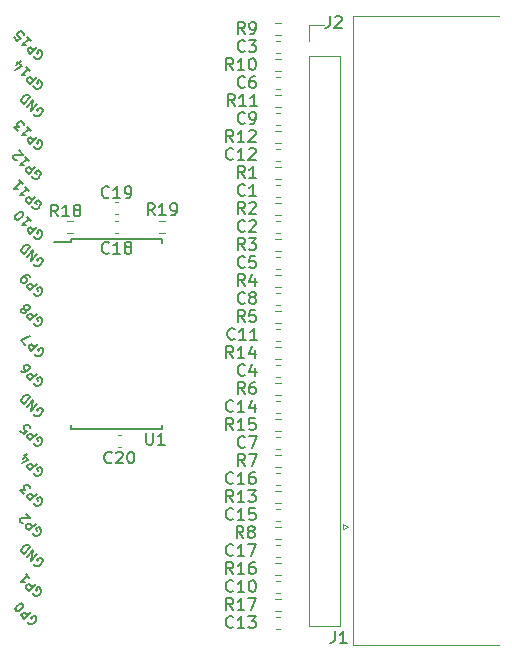
<source format=gbr>
%TF.GenerationSoftware,KiCad,Pcbnew,6.0.10-86aedd382b~118~ubuntu20.04.1*%
%TF.CreationDate,2023-01-18T21:44:42-08:00*%
%TF.ProjectId,parallel2usb,70617261-6c6c-4656-9c32-7573622e6b69,rev?*%
%TF.SameCoordinates,Original*%
%TF.FileFunction,Legend,Top*%
%TF.FilePolarity,Positive*%
%FSLAX46Y46*%
G04 Gerber Fmt 4.6, Leading zero omitted, Abs format (unit mm)*
G04 Created by KiCad (PCBNEW 6.0.10-86aedd382b~118~ubuntu20.04.1) date 2023-01-18 21:44:42*
%MOMM*%
%LPD*%
G01*
G04 APERTURE LIST*
%ADD10C,0.150000*%
%ADD11C,0.120000*%
G04 APERTURE END LIST*
D10*
%TO.C,C3*%
X188047333Y-77954142D02*
X187999714Y-78001761D01*
X187856857Y-78049380D01*
X187761619Y-78049380D01*
X187618761Y-78001761D01*
X187523523Y-77906523D01*
X187475904Y-77811285D01*
X187428285Y-77620809D01*
X187428285Y-77477952D01*
X187475904Y-77287476D01*
X187523523Y-77192238D01*
X187618761Y-77097000D01*
X187761619Y-77049380D01*
X187856857Y-77049380D01*
X187999714Y-77097000D01*
X188047333Y-77144619D01*
X188380666Y-77049380D02*
X188999714Y-77049380D01*
X188666380Y-77430333D01*
X188809238Y-77430333D01*
X188904476Y-77477952D01*
X188952095Y-77525571D01*
X188999714Y-77620809D01*
X188999714Y-77858904D01*
X188952095Y-77954142D01*
X188904476Y-78001761D01*
X188809238Y-78049380D01*
X188523523Y-78049380D01*
X188428285Y-78001761D01*
X188380666Y-77954142D01*
%TO.C,C19*%
X176545542Y-90323942D02*
X176497923Y-90371561D01*
X176355066Y-90419180D01*
X176259828Y-90419180D01*
X176116971Y-90371561D01*
X176021733Y-90276323D01*
X175974114Y-90181085D01*
X175926495Y-89990609D01*
X175926495Y-89847752D01*
X175974114Y-89657276D01*
X176021733Y-89562038D01*
X176116971Y-89466800D01*
X176259828Y-89419180D01*
X176355066Y-89419180D01*
X176497923Y-89466800D01*
X176545542Y-89514419D01*
X177497923Y-90419180D02*
X176926495Y-90419180D01*
X177212209Y-90419180D02*
X177212209Y-89419180D01*
X177116971Y-89562038D01*
X177021733Y-89657276D01*
X176926495Y-89704895D01*
X177974114Y-90419180D02*
X178164590Y-90419180D01*
X178259828Y-90371561D01*
X178307447Y-90323942D01*
X178402685Y-90181085D01*
X178450304Y-89990609D01*
X178450304Y-89609657D01*
X178402685Y-89514419D01*
X178355066Y-89466800D01*
X178259828Y-89419180D01*
X178069352Y-89419180D01*
X177974114Y-89466800D01*
X177926495Y-89514419D01*
X177878876Y-89609657D01*
X177878876Y-89847752D01*
X177926495Y-89942990D01*
X177974114Y-89990609D01*
X178069352Y-90038228D01*
X178259828Y-90038228D01*
X178355066Y-89990609D01*
X178402685Y-89942990D01*
X178450304Y-89847752D01*
%TO.C,C16*%
X187063142Y-114530142D02*
X187015523Y-114577761D01*
X186872666Y-114625380D01*
X186777428Y-114625380D01*
X186634571Y-114577761D01*
X186539333Y-114482523D01*
X186491714Y-114387285D01*
X186444095Y-114196809D01*
X186444095Y-114053952D01*
X186491714Y-113863476D01*
X186539333Y-113768238D01*
X186634571Y-113673000D01*
X186777428Y-113625380D01*
X186872666Y-113625380D01*
X187015523Y-113673000D01*
X187063142Y-113720619D01*
X188015523Y-114625380D02*
X187444095Y-114625380D01*
X187729809Y-114625380D02*
X187729809Y-113625380D01*
X187634571Y-113768238D01*
X187539333Y-113863476D01*
X187444095Y-113911095D01*
X188872666Y-113625380D02*
X188682190Y-113625380D01*
X188586952Y-113673000D01*
X188539333Y-113720619D01*
X188444095Y-113863476D01*
X188396476Y-114053952D01*
X188396476Y-114434904D01*
X188444095Y-114530142D01*
X188491714Y-114577761D01*
X188586952Y-114625380D01*
X188777428Y-114625380D01*
X188872666Y-114577761D01*
X188920285Y-114530142D01*
X188967904Y-114434904D01*
X188967904Y-114196809D01*
X188920285Y-114101571D01*
X188872666Y-114053952D01*
X188777428Y-114006333D01*
X188586952Y-114006333D01*
X188491714Y-114053952D01*
X188444095Y-114101571D01*
X188396476Y-114196809D01*
%TO.C,C17*%
X187063142Y-120626142D02*
X187015523Y-120673761D01*
X186872666Y-120721380D01*
X186777428Y-120721380D01*
X186634571Y-120673761D01*
X186539333Y-120578523D01*
X186491714Y-120483285D01*
X186444095Y-120292809D01*
X186444095Y-120149952D01*
X186491714Y-119959476D01*
X186539333Y-119864238D01*
X186634571Y-119769000D01*
X186777428Y-119721380D01*
X186872666Y-119721380D01*
X187015523Y-119769000D01*
X187063142Y-119816619D01*
X188015523Y-120721380D02*
X187444095Y-120721380D01*
X187729809Y-120721380D02*
X187729809Y-119721380D01*
X187634571Y-119864238D01*
X187539333Y-119959476D01*
X187444095Y-120007095D01*
X188348857Y-119721380D02*
X189015523Y-119721380D01*
X188586952Y-120721380D01*
%TO.C,R9*%
X188047333Y-76525380D02*
X187714000Y-76049190D01*
X187475904Y-76525380D02*
X187475904Y-75525380D01*
X187856857Y-75525380D01*
X187952095Y-75573000D01*
X187999714Y-75620619D01*
X188047333Y-75715857D01*
X188047333Y-75858714D01*
X187999714Y-75953952D01*
X187952095Y-76001571D01*
X187856857Y-76049190D01*
X187475904Y-76049190D01*
X188523523Y-76525380D02*
X188714000Y-76525380D01*
X188809238Y-76477761D01*
X188856857Y-76430142D01*
X188952095Y-76287285D01*
X188999714Y-76096809D01*
X188999714Y-75715857D01*
X188952095Y-75620619D01*
X188904476Y-75573000D01*
X188809238Y-75525380D01*
X188618761Y-75525380D01*
X188523523Y-75573000D01*
X188475904Y-75620619D01*
X188428285Y-75715857D01*
X188428285Y-75953952D01*
X188475904Y-76049190D01*
X188523523Y-76096809D01*
X188618761Y-76144428D01*
X188809238Y-76144428D01*
X188904476Y-76096809D01*
X188952095Y-76049190D01*
X188999714Y-75953952D01*
%TO.C,C15*%
X187063142Y-117578142D02*
X187015523Y-117625761D01*
X186872666Y-117673380D01*
X186777428Y-117673380D01*
X186634571Y-117625761D01*
X186539333Y-117530523D01*
X186491714Y-117435285D01*
X186444095Y-117244809D01*
X186444095Y-117101952D01*
X186491714Y-116911476D01*
X186539333Y-116816238D01*
X186634571Y-116721000D01*
X186777428Y-116673380D01*
X186872666Y-116673380D01*
X187015523Y-116721000D01*
X187063142Y-116768619D01*
X188015523Y-117673380D02*
X187444095Y-117673380D01*
X187729809Y-117673380D02*
X187729809Y-116673380D01*
X187634571Y-116816238D01*
X187539333Y-116911476D01*
X187444095Y-116959095D01*
X188920285Y-116673380D02*
X188444095Y-116673380D01*
X188396476Y-117149571D01*
X188444095Y-117101952D01*
X188539333Y-117054333D01*
X188777428Y-117054333D01*
X188872666Y-117101952D01*
X188920285Y-117149571D01*
X188967904Y-117244809D01*
X188967904Y-117482904D01*
X188920285Y-117578142D01*
X188872666Y-117625761D01*
X188777428Y-117673380D01*
X188539333Y-117673380D01*
X188444095Y-117625761D01*
X188396476Y-117578142D01*
%TO.C,C12*%
X187063142Y-87098142D02*
X187015523Y-87145761D01*
X186872666Y-87193380D01*
X186777428Y-87193380D01*
X186634571Y-87145761D01*
X186539333Y-87050523D01*
X186491714Y-86955285D01*
X186444095Y-86764809D01*
X186444095Y-86621952D01*
X186491714Y-86431476D01*
X186539333Y-86336238D01*
X186634571Y-86241000D01*
X186777428Y-86193380D01*
X186872666Y-86193380D01*
X187015523Y-86241000D01*
X187063142Y-86288619D01*
X188015523Y-87193380D02*
X187444095Y-87193380D01*
X187729809Y-87193380D02*
X187729809Y-86193380D01*
X187634571Y-86336238D01*
X187539333Y-86431476D01*
X187444095Y-86479095D01*
X188396476Y-86288619D02*
X188444095Y-86241000D01*
X188539333Y-86193380D01*
X188777428Y-86193380D01*
X188872666Y-86241000D01*
X188920285Y-86288619D01*
X188967904Y-86383857D01*
X188967904Y-86479095D01*
X188920285Y-86621952D01*
X188348857Y-87193380D01*
X188967904Y-87193380D01*
%TO.C,R3*%
X188047333Y-94813380D02*
X187714000Y-94337190D01*
X187475904Y-94813380D02*
X187475904Y-93813380D01*
X187856857Y-93813380D01*
X187952095Y-93861000D01*
X187999714Y-93908619D01*
X188047333Y-94003857D01*
X188047333Y-94146714D01*
X187999714Y-94241952D01*
X187952095Y-94289571D01*
X187856857Y-94337190D01*
X187475904Y-94337190D01*
X188380666Y-93813380D02*
X188999714Y-93813380D01*
X188666380Y-94194333D01*
X188809238Y-94194333D01*
X188904476Y-94241952D01*
X188952095Y-94289571D01*
X188999714Y-94384809D01*
X188999714Y-94622904D01*
X188952095Y-94718142D01*
X188904476Y-94765761D01*
X188809238Y-94813380D01*
X188523523Y-94813380D01*
X188428285Y-94765761D01*
X188380666Y-94718142D01*
%TO.C,R12*%
X187063142Y-85669380D02*
X186729809Y-85193190D01*
X186491714Y-85669380D02*
X186491714Y-84669380D01*
X186872666Y-84669380D01*
X186967904Y-84717000D01*
X187015523Y-84764619D01*
X187063142Y-84859857D01*
X187063142Y-85002714D01*
X187015523Y-85097952D01*
X186967904Y-85145571D01*
X186872666Y-85193190D01*
X186491714Y-85193190D01*
X188015523Y-85669380D02*
X187444095Y-85669380D01*
X187729809Y-85669380D02*
X187729809Y-84669380D01*
X187634571Y-84812238D01*
X187539333Y-84907476D01*
X187444095Y-84955095D01*
X188396476Y-84764619D02*
X188444095Y-84717000D01*
X188539333Y-84669380D01*
X188777428Y-84669380D01*
X188872666Y-84717000D01*
X188920285Y-84764619D01*
X188967904Y-84859857D01*
X188967904Y-84955095D01*
X188920285Y-85097952D01*
X188348857Y-85669380D01*
X188967904Y-85669380D01*
%TO.C,C5*%
X188047333Y-96242142D02*
X187999714Y-96289761D01*
X187856857Y-96337380D01*
X187761619Y-96337380D01*
X187618761Y-96289761D01*
X187523523Y-96194523D01*
X187475904Y-96099285D01*
X187428285Y-95908809D01*
X187428285Y-95765952D01*
X187475904Y-95575476D01*
X187523523Y-95480238D01*
X187618761Y-95385000D01*
X187761619Y-95337380D01*
X187856857Y-95337380D01*
X187999714Y-95385000D01*
X188047333Y-95432619D01*
X188952095Y-95337380D02*
X188475904Y-95337380D01*
X188428285Y-95813571D01*
X188475904Y-95765952D01*
X188571142Y-95718333D01*
X188809238Y-95718333D01*
X188904476Y-95765952D01*
X188952095Y-95813571D01*
X188999714Y-95908809D01*
X188999714Y-96146904D01*
X188952095Y-96242142D01*
X188904476Y-96289761D01*
X188809238Y-96337380D01*
X188571142Y-96337380D01*
X188475904Y-96289761D01*
X188428285Y-96242142D01*
%TO.C,C11*%
X187190142Y-102338142D02*
X187142523Y-102385761D01*
X186999666Y-102433380D01*
X186904428Y-102433380D01*
X186761571Y-102385761D01*
X186666333Y-102290523D01*
X186618714Y-102195285D01*
X186571095Y-102004809D01*
X186571095Y-101861952D01*
X186618714Y-101671476D01*
X186666333Y-101576238D01*
X186761571Y-101481000D01*
X186904428Y-101433380D01*
X186999666Y-101433380D01*
X187142523Y-101481000D01*
X187190142Y-101528619D01*
X188142523Y-102433380D02*
X187571095Y-102433380D01*
X187856809Y-102433380D02*
X187856809Y-101433380D01*
X187761571Y-101576238D01*
X187666333Y-101671476D01*
X187571095Y-101719095D01*
X189094904Y-102433380D02*
X188523476Y-102433380D01*
X188809190Y-102433380D02*
X188809190Y-101433380D01*
X188713952Y-101576238D01*
X188618714Y-101671476D01*
X188523476Y-101719095D01*
%TO.C,R11*%
X187190142Y-82621380D02*
X186856809Y-82145190D01*
X186618714Y-82621380D02*
X186618714Y-81621380D01*
X186999666Y-81621380D01*
X187094904Y-81669000D01*
X187142523Y-81716619D01*
X187190142Y-81811857D01*
X187190142Y-81954714D01*
X187142523Y-82049952D01*
X187094904Y-82097571D01*
X186999666Y-82145190D01*
X186618714Y-82145190D01*
X188142523Y-82621380D02*
X187571095Y-82621380D01*
X187856809Y-82621380D02*
X187856809Y-81621380D01*
X187761571Y-81764238D01*
X187666333Y-81859476D01*
X187571095Y-81907095D01*
X189094904Y-82621380D02*
X188523476Y-82621380D01*
X188809190Y-82621380D02*
X188809190Y-81621380D01*
X188713952Y-81764238D01*
X188618714Y-81859476D01*
X188523476Y-81907095D01*
%TO.C,U1*%
X179705095Y-110297980D02*
X179705095Y-111107504D01*
X179752714Y-111202742D01*
X179800333Y-111250361D01*
X179895571Y-111297980D01*
X180086047Y-111297980D01*
X180181285Y-111250361D01*
X180228904Y-111202742D01*
X180276523Y-111107504D01*
X180276523Y-110297980D01*
X181276523Y-111297980D02*
X180705095Y-111297980D01*
X180990809Y-111297980D02*
X180990809Y-110297980D01*
X180895571Y-110440838D01*
X180800333Y-110536076D01*
X180705095Y-110583695D01*
%TO.C,R16*%
X187063142Y-122245380D02*
X186729809Y-121769190D01*
X186491714Y-122245380D02*
X186491714Y-121245380D01*
X186872666Y-121245380D01*
X186967904Y-121293000D01*
X187015523Y-121340619D01*
X187063142Y-121435857D01*
X187063142Y-121578714D01*
X187015523Y-121673952D01*
X186967904Y-121721571D01*
X186872666Y-121769190D01*
X186491714Y-121769190D01*
X188015523Y-122245380D02*
X187444095Y-122245380D01*
X187729809Y-122245380D02*
X187729809Y-121245380D01*
X187634571Y-121388238D01*
X187539333Y-121483476D01*
X187444095Y-121531095D01*
X188872666Y-121245380D02*
X188682190Y-121245380D01*
X188586952Y-121293000D01*
X188539333Y-121340619D01*
X188444095Y-121483476D01*
X188396476Y-121673952D01*
X188396476Y-122054904D01*
X188444095Y-122150142D01*
X188491714Y-122197761D01*
X188586952Y-122245380D01*
X188777428Y-122245380D01*
X188872666Y-122197761D01*
X188920285Y-122150142D01*
X188967904Y-122054904D01*
X188967904Y-121816809D01*
X188920285Y-121721571D01*
X188872666Y-121673952D01*
X188777428Y-121626333D01*
X188586952Y-121626333D01*
X188491714Y-121673952D01*
X188444095Y-121721571D01*
X188396476Y-121816809D01*
%TO.C,C2*%
X188047333Y-93194142D02*
X187999714Y-93241761D01*
X187856857Y-93289380D01*
X187761619Y-93289380D01*
X187618761Y-93241761D01*
X187523523Y-93146523D01*
X187475904Y-93051285D01*
X187428285Y-92860809D01*
X187428285Y-92717952D01*
X187475904Y-92527476D01*
X187523523Y-92432238D01*
X187618761Y-92337000D01*
X187761619Y-92289380D01*
X187856857Y-92289380D01*
X187999714Y-92337000D01*
X188047333Y-92384619D01*
X188428285Y-92384619D02*
X188475904Y-92337000D01*
X188571142Y-92289380D01*
X188809238Y-92289380D01*
X188904476Y-92337000D01*
X188952095Y-92384619D01*
X188999714Y-92479857D01*
X188999714Y-92575095D01*
X188952095Y-92717952D01*
X188380666Y-93289380D01*
X188999714Y-93289380D01*
%TO.C,C4*%
X188047333Y-105386142D02*
X187999714Y-105433761D01*
X187856857Y-105481380D01*
X187761619Y-105481380D01*
X187618761Y-105433761D01*
X187523523Y-105338523D01*
X187475904Y-105243285D01*
X187428285Y-105052809D01*
X187428285Y-104909952D01*
X187475904Y-104719476D01*
X187523523Y-104624238D01*
X187618761Y-104529000D01*
X187761619Y-104481380D01*
X187856857Y-104481380D01*
X187999714Y-104529000D01*
X188047333Y-104576619D01*
X188904476Y-104814714D02*
X188904476Y-105481380D01*
X188666380Y-104433761D02*
X188428285Y-105148047D01*
X189047333Y-105148047D01*
%TO.C,C13*%
X187063142Y-126722142D02*
X187015523Y-126769761D01*
X186872666Y-126817380D01*
X186777428Y-126817380D01*
X186634571Y-126769761D01*
X186539333Y-126674523D01*
X186491714Y-126579285D01*
X186444095Y-126388809D01*
X186444095Y-126245952D01*
X186491714Y-126055476D01*
X186539333Y-125960238D01*
X186634571Y-125865000D01*
X186777428Y-125817380D01*
X186872666Y-125817380D01*
X187015523Y-125865000D01*
X187063142Y-125912619D01*
X188015523Y-126817380D02*
X187444095Y-126817380D01*
X187729809Y-126817380D02*
X187729809Y-125817380D01*
X187634571Y-125960238D01*
X187539333Y-126055476D01*
X187444095Y-126103095D01*
X188348857Y-125817380D02*
X188967904Y-125817380D01*
X188634571Y-126198333D01*
X188777428Y-126198333D01*
X188872666Y-126245952D01*
X188920285Y-126293571D01*
X188967904Y-126388809D01*
X188967904Y-126626904D01*
X188920285Y-126722142D01*
X188872666Y-126769761D01*
X188777428Y-126817380D01*
X188491714Y-126817380D01*
X188396476Y-126769761D01*
X188348857Y-126722142D01*
%TO.C,C9*%
X188047333Y-84050142D02*
X187999714Y-84097761D01*
X187856857Y-84145380D01*
X187761619Y-84145380D01*
X187618761Y-84097761D01*
X187523523Y-84002523D01*
X187475904Y-83907285D01*
X187428285Y-83716809D01*
X187428285Y-83573952D01*
X187475904Y-83383476D01*
X187523523Y-83288238D01*
X187618761Y-83193000D01*
X187761619Y-83145380D01*
X187856857Y-83145380D01*
X187999714Y-83193000D01*
X188047333Y-83240619D01*
X188523523Y-84145380D02*
X188714000Y-84145380D01*
X188809238Y-84097761D01*
X188856857Y-84050142D01*
X188952095Y-83907285D01*
X188999714Y-83716809D01*
X188999714Y-83335857D01*
X188952095Y-83240619D01*
X188904476Y-83193000D01*
X188809238Y-83145380D01*
X188618761Y-83145380D01*
X188523523Y-83193000D01*
X188475904Y-83240619D01*
X188428285Y-83335857D01*
X188428285Y-83573952D01*
X188475904Y-83669190D01*
X188523523Y-83716809D01*
X188618761Y-83764428D01*
X188809238Y-83764428D01*
X188904476Y-83716809D01*
X188952095Y-83669190D01*
X188999714Y-83573952D01*
%TO.C,R8*%
X187920333Y-119197380D02*
X187587000Y-118721190D01*
X187348904Y-119197380D02*
X187348904Y-118197380D01*
X187729857Y-118197380D01*
X187825095Y-118245000D01*
X187872714Y-118292619D01*
X187920333Y-118387857D01*
X187920333Y-118530714D01*
X187872714Y-118625952D01*
X187825095Y-118673571D01*
X187729857Y-118721190D01*
X187348904Y-118721190D01*
X188491761Y-118625952D02*
X188396523Y-118578333D01*
X188348904Y-118530714D01*
X188301285Y-118435476D01*
X188301285Y-118387857D01*
X188348904Y-118292619D01*
X188396523Y-118245000D01*
X188491761Y-118197380D01*
X188682238Y-118197380D01*
X188777476Y-118245000D01*
X188825095Y-118292619D01*
X188872714Y-118387857D01*
X188872714Y-118435476D01*
X188825095Y-118530714D01*
X188777476Y-118578333D01*
X188682238Y-118625952D01*
X188491761Y-118625952D01*
X188396523Y-118673571D01*
X188348904Y-118721190D01*
X188301285Y-118816428D01*
X188301285Y-119006904D01*
X188348904Y-119102142D01*
X188396523Y-119149761D01*
X188491761Y-119197380D01*
X188682238Y-119197380D01*
X188777476Y-119149761D01*
X188825095Y-119102142D01*
X188872714Y-119006904D01*
X188872714Y-118816428D01*
X188825095Y-118721190D01*
X188777476Y-118673571D01*
X188682238Y-118625952D01*
%TO.C,R6*%
X188047333Y-107005380D02*
X187714000Y-106529190D01*
X187475904Y-107005380D02*
X187475904Y-106005380D01*
X187856857Y-106005380D01*
X187952095Y-106053000D01*
X187999714Y-106100619D01*
X188047333Y-106195857D01*
X188047333Y-106338714D01*
X187999714Y-106433952D01*
X187952095Y-106481571D01*
X187856857Y-106529190D01*
X187475904Y-106529190D01*
X188904476Y-106005380D02*
X188714000Y-106005380D01*
X188618761Y-106053000D01*
X188571142Y-106100619D01*
X188475904Y-106243476D01*
X188428285Y-106433952D01*
X188428285Y-106814904D01*
X188475904Y-106910142D01*
X188523523Y-106957761D01*
X188618761Y-107005380D01*
X188809238Y-107005380D01*
X188904476Y-106957761D01*
X188952095Y-106910142D01*
X188999714Y-106814904D01*
X188999714Y-106576809D01*
X188952095Y-106481571D01*
X188904476Y-106433952D01*
X188809238Y-106386333D01*
X188618761Y-106386333D01*
X188523523Y-106433952D01*
X188475904Y-106481571D01*
X188428285Y-106576809D01*
%TO.C,J1*%
X195670997Y-127087380D02*
X195670997Y-127801666D01*
X195623378Y-127944523D01*
X195528140Y-128039761D01*
X195385283Y-128087380D01*
X195290045Y-128087380D01*
X196670997Y-128087380D02*
X196099569Y-128087380D01*
X196385283Y-128087380D02*
X196385283Y-127087380D01*
X196290045Y-127230238D01*
X196194807Y-127325476D01*
X196099569Y-127373095D01*
%TO.C,R2*%
X188047333Y-91765380D02*
X187714000Y-91289190D01*
X187475904Y-91765380D02*
X187475904Y-90765380D01*
X187856857Y-90765380D01*
X187952095Y-90813000D01*
X187999714Y-90860619D01*
X188047333Y-90955857D01*
X188047333Y-91098714D01*
X187999714Y-91193952D01*
X187952095Y-91241571D01*
X187856857Y-91289190D01*
X187475904Y-91289190D01*
X188428285Y-90860619D02*
X188475904Y-90813000D01*
X188571142Y-90765380D01*
X188809238Y-90765380D01*
X188904476Y-90813000D01*
X188952095Y-90860619D01*
X188999714Y-90955857D01*
X188999714Y-91051095D01*
X188952095Y-91193952D01*
X188380666Y-91765380D01*
X188999714Y-91765380D01*
%TO.C,R15*%
X187063142Y-110053380D02*
X186729809Y-109577190D01*
X186491714Y-110053380D02*
X186491714Y-109053380D01*
X186872666Y-109053380D01*
X186967904Y-109101000D01*
X187015523Y-109148619D01*
X187063142Y-109243857D01*
X187063142Y-109386714D01*
X187015523Y-109481952D01*
X186967904Y-109529571D01*
X186872666Y-109577190D01*
X186491714Y-109577190D01*
X188015523Y-110053380D02*
X187444095Y-110053380D01*
X187729809Y-110053380D02*
X187729809Y-109053380D01*
X187634571Y-109196238D01*
X187539333Y-109291476D01*
X187444095Y-109339095D01*
X188920285Y-109053380D02*
X188444095Y-109053380D01*
X188396476Y-109529571D01*
X188444095Y-109481952D01*
X188539333Y-109434333D01*
X188777428Y-109434333D01*
X188872666Y-109481952D01*
X188920285Y-109529571D01*
X188967904Y-109624809D01*
X188967904Y-109862904D01*
X188920285Y-109958142D01*
X188872666Y-110005761D01*
X188777428Y-110053380D01*
X188539333Y-110053380D01*
X188444095Y-110005761D01*
X188396476Y-109958142D01*
%TO.C,C10*%
X187063142Y-123674142D02*
X187015523Y-123721761D01*
X186872666Y-123769380D01*
X186777428Y-123769380D01*
X186634571Y-123721761D01*
X186539333Y-123626523D01*
X186491714Y-123531285D01*
X186444095Y-123340809D01*
X186444095Y-123197952D01*
X186491714Y-123007476D01*
X186539333Y-122912238D01*
X186634571Y-122817000D01*
X186777428Y-122769380D01*
X186872666Y-122769380D01*
X187015523Y-122817000D01*
X187063142Y-122864619D01*
X188015523Y-123769380D02*
X187444095Y-123769380D01*
X187729809Y-123769380D02*
X187729809Y-122769380D01*
X187634571Y-122912238D01*
X187539333Y-123007476D01*
X187444095Y-123055095D01*
X188634571Y-122769380D02*
X188729809Y-122769380D01*
X188825047Y-122817000D01*
X188872666Y-122864619D01*
X188920285Y-122959857D01*
X188967904Y-123150333D01*
X188967904Y-123388428D01*
X188920285Y-123578904D01*
X188872666Y-123674142D01*
X188825047Y-123721761D01*
X188729809Y-123769380D01*
X188634571Y-123769380D01*
X188539333Y-123721761D01*
X188491714Y-123674142D01*
X188444095Y-123578904D01*
X188396476Y-123388428D01*
X188396476Y-123150333D01*
X188444095Y-122959857D01*
X188491714Y-122864619D01*
X188539333Y-122817000D01*
X188634571Y-122769380D01*
%TO.C,C8*%
X188047333Y-99290142D02*
X187999714Y-99337761D01*
X187856857Y-99385380D01*
X187761619Y-99385380D01*
X187618761Y-99337761D01*
X187523523Y-99242523D01*
X187475904Y-99147285D01*
X187428285Y-98956809D01*
X187428285Y-98813952D01*
X187475904Y-98623476D01*
X187523523Y-98528238D01*
X187618761Y-98433000D01*
X187761619Y-98385380D01*
X187856857Y-98385380D01*
X187999714Y-98433000D01*
X188047333Y-98480619D01*
X188618761Y-98813952D02*
X188523523Y-98766333D01*
X188475904Y-98718714D01*
X188428285Y-98623476D01*
X188428285Y-98575857D01*
X188475904Y-98480619D01*
X188523523Y-98433000D01*
X188618761Y-98385380D01*
X188809238Y-98385380D01*
X188904476Y-98433000D01*
X188952095Y-98480619D01*
X188999714Y-98575857D01*
X188999714Y-98623476D01*
X188952095Y-98718714D01*
X188904476Y-98766333D01*
X188809238Y-98813952D01*
X188618761Y-98813952D01*
X188523523Y-98861571D01*
X188475904Y-98909190D01*
X188428285Y-99004428D01*
X188428285Y-99194904D01*
X188475904Y-99290142D01*
X188523523Y-99337761D01*
X188618761Y-99385380D01*
X188809238Y-99385380D01*
X188904476Y-99337761D01*
X188952095Y-99290142D01*
X188999714Y-99194904D01*
X188999714Y-99004428D01*
X188952095Y-98909190D01*
X188904476Y-98861571D01*
X188809238Y-98813952D01*
%TO.C,C20*%
X176776142Y-112785142D02*
X176728523Y-112832761D01*
X176585666Y-112880380D01*
X176490428Y-112880380D01*
X176347571Y-112832761D01*
X176252333Y-112737523D01*
X176204714Y-112642285D01*
X176157095Y-112451809D01*
X176157095Y-112308952D01*
X176204714Y-112118476D01*
X176252333Y-112023238D01*
X176347571Y-111928000D01*
X176490428Y-111880380D01*
X176585666Y-111880380D01*
X176728523Y-111928000D01*
X176776142Y-111975619D01*
X177157095Y-111975619D02*
X177204714Y-111928000D01*
X177299952Y-111880380D01*
X177538047Y-111880380D01*
X177633285Y-111928000D01*
X177680904Y-111975619D01*
X177728523Y-112070857D01*
X177728523Y-112166095D01*
X177680904Y-112308952D01*
X177109476Y-112880380D01*
X177728523Y-112880380D01*
X178347571Y-111880380D02*
X178442809Y-111880380D01*
X178538047Y-111928000D01*
X178585666Y-111975619D01*
X178633285Y-112070857D01*
X178680904Y-112261333D01*
X178680904Y-112499428D01*
X178633285Y-112689904D01*
X178585666Y-112785142D01*
X178538047Y-112832761D01*
X178442809Y-112880380D01*
X178347571Y-112880380D01*
X178252333Y-112832761D01*
X178204714Y-112785142D01*
X178157095Y-112689904D01*
X178109476Y-112499428D01*
X178109476Y-112261333D01*
X178157095Y-112070857D01*
X178204714Y-111975619D01*
X178252333Y-111928000D01*
X178347571Y-111880380D01*
%TO.C,R14*%
X187063142Y-103957380D02*
X186729809Y-103481190D01*
X186491714Y-103957380D02*
X186491714Y-102957380D01*
X186872666Y-102957380D01*
X186967904Y-103005000D01*
X187015523Y-103052619D01*
X187063142Y-103147857D01*
X187063142Y-103290714D01*
X187015523Y-103385952D01*
X186967904Y-103433571D01*
X186872666Y-103481190D01*
X186491714Y-103481190D01*
X188015523Y-103957380D02*
X187444095Y-103957380D01*
X187729809Y-103957380D02*
X187729809Y-102957380D01*
X187634571Y-103100238D01*
X187539333Y-103195476D01*
X187444095Y-103243095D01*
X188872666Y-103290714D02*
X188872666Y-103957380D01*
X188634571Y-102909761D02*
X188396476Y-103624047D01*
X189015523Y-103624047D01*
%TO.C,R18*%
X172227542Y-91968580D02*
X171894209Y-91492390D01*
X171656114Y-91968580D02*
X171656114Y-90968580D01*
X172037066Y-90968580D01*
X172132304Y-91016200D01*
X172179923Y-91063819D01*
X172227542Y-91159057D01*
X172227542Y-91301914D01*
X172179923Y-91397152D01*
X172132304Y-91444771D01*
X172037066Y-91492390D01*
X171656114Y-91492390D01*
X173179923Y-91968580D02*
X172608495Y-91968580D01*
X172894209Y-91968580D02*
X172894209Y-90968580D01*
X172798971Y-91111438D01*
X172703733Y-91206676D01*
X172608495Y-91254295D01*
X173751352Y-91397152D02*
X173656114Y-91349533D01*
X173608495Y-91301914D01*
X173560876Y-91206676D01*
X173560876Y-91159057D01*
X173608495Y-91063819D01*
X173656114Y-91016200D01*
X173751352Y-90968580D01*
X173941828Y-90968580D01*
X174037066Y-91016200D01*
X174084685Y-91063819D01*
X174132304Y-91159057D01*
X174132304Y-91206676D01*
X174084685Y-91301914D01*
X174037066Y-91349533D01*
X173941828Y-91397152D01*
X173751352Y-91397152D01*
X173656114Y-91444771D01*
X173608495Y-91492390D01*
X173560876Y-91587628D01*
X173560876Y-91778104D01*
X173608495Y-91873342D01*
X173656114Y-91920961D01*
X173751352Y-91968580D01*
X173941828Y-91968580D01*
X174037066Y-91920961D01*
X174084685Y-91873342D01*
X174132304Y-91778104D01*
X174132304Y-91587628D01*
X174084685Y-91492390D01*
X174037066Y-91444771D01*
X173941828Y-91397152D01*
%TO.C,R13*%
X187063142Y-116149380D02*
X186729809Y-115673190D01*
X186491714Y-116149380D02*
X186491714Y-115149380D01*
X186872666Y-115149380D01*
X186967904Y-115197000D01*
X187015523Y-115244619D01*
X187063142Y-115339857D01*
X187063142Y-115482714D01*
X187015523Y-115577952D01*
X186967904Y-115625571D01*
X186872666Y-115673190D01*
X186491714Y-115673190D01*
X188015523Y-116149380D02*
X187444095Y-116149380D01*
X187729809Y-116149380D02*
X187729809Y-115149380D01*
X187634571Y-115292238D01*
X187539333Y-115387476D01*
X187444095Y-115435095D01*
X188348857Y-115149380D02*
X188967904Y-115149380D01*
X188634571Y-115530333D01*
X188777428Y-115530333D01*
X188872666Y-115577952D01*
X188920285Y-115625571D01*
X188967904Y-115720809D01*
X188967904Y-115958904D01*
X188920285Y-116054142D01*
X188872666Y-116101761D01*
X188777428Y-116149380D01*
X188491714Y-116149380D01*
X188396476Y-116101761D01*
X188348857Y-116054142D01*
%TO.C,R10*%
X187063142Y-79573380D02*
X186729809Y-79097190D01*
X186491714Y-79573380D02*
X186491714Y-78573380D01*
X186872666Y-78573380D01*
X186967904Y-78621000D01*
X187015523Y-78668619D01*
X187063142Y-78763857D01*
X187063142Y-78906714D01*
X187015523Y-79001952D01*
X186967904Y-79049571D01*
X186872666Y-79097190D01*
X186491714Y-79097190D01*
X188015523Y-79573380D02*
X187444095Y-79573380D01*
X187729809Y-79573380D02*
X187729809Y-78573380D01*
X187634571Y-78716238D01*
X187539333Y-78811476D01*
X187444095Y-78859095D01*
X188634571Y-78573380D02*
X188729809Y-78573380D01*
X188825047Y-78621000D01*
X188872666Y-78668619D01*
X188920285Y-78763857D01*
X188967904Y-78954333D01*
X188967904Y-79192428D01*
X188920285Y-79382904D01*
X188872666Y-79478142D01*
X188825047Y-79525761D01*
X188729809Y-79573380D01*
X188634571Y-79573380D01*
X188539333Y-79525761D01*
X188491714Y-79478142D01*
X188444095Y-79382904D01*
X188396476Y-79192428D01*
X188396476Y-78954333D01*
X188444095Y-78763857D01*
X188491714Y-78668619D01*
X188539333Y-78621000D01*
X188634571Y-78573380D01*
%TO.C,C6*%
X188047333Y-81002142D02*
X187999714Y-81049761D01*
X187856857Y-81097380D01*
X187761619Y-81097380D01*
X187618761Y-81049761D01*
X187523523Y-80954523D01*
X187475904Y-80859285D01*
X187428285Y-80668809D01*
X187428285Y-80525952D01*
X187475904Y-80335476D01*
X187523523Y-80240238D01*
X187618761Y-80145000D01*
X187761619Y-80097380D01*
X187856857Y-80097380D01*
X187999714Y-80145000D01*
X188047333Y-80192619D01*
X188904476Y-80097380D02*
X188714000Y-80097380D01*
X188618761Y-80145000D01*
X188571142Y-80192619D01*
X188475904Y-80335476D01*
X188428285Y-80525952D01*
X188428285Y-80906904D01*
X188475904Y-81002142D01*
X188523523Y-81049761D01*
X188618761Y-81097380D01*
X188809238Y-81097380D01*
X188904476Y-81049761D01*
X188952095Y-81002142D01*
X188999714Y-80906904D01*
X188999714Y-80668809D01*
X188952095Y-80573571D01*
X188904476Y-80525952D01*
X188809238Y-80478333D01*
X188618761Y-80478333D01*
X188523523Y-80525952D01*
X188475904Y-80573571D01*
X188428285Y-80668809D01*
%TO.C,C14*%
X187063142Y-108434142D02*
X187015523Y-108481761D01*
X186872666Y-108529380D01*
X186777428Y-108529380D01*
X186634571Y-108481761D01*
X186539333Y-108386523D01*
X186491714Y-108291285D01*
X186444095Y-108100809D01*
X186444095Y-107957952D01*
X186491714Y-107767476D01*
X186539333Y-107672238D01*
X186634571Y-107577000D01*
X186777428Y-107529380D01*
X186872666Y-107529380D01*
X187015523Y-107577000D01*
X187063142Y-107624619D01*
X188015523Y-108529380D02*
X187444095Y-108529380D01*
X187729809Y-108529380D02*
X187729809Y-107529380D01*
X187634571Y-107672238D01*
X187539333Y-107767476D01*
X187444095Y-107815095D01*
X188872666Y-107862714D02*
X188872666Y-108529380D01*
X188634571Y-107481761D02*
X188396476Y-108196047D01*
X189015523Y-108196047D01*
%TO.C,C1*%
X188047333Y-90146142D02*
X187999714Y-90193761D01*
X187856857Y-90241380D01*
X187761619Y-90241380D01*
X187618761Y-90193761D01*
X187523523Y-90098523D01*
X187475904Y-90003285D01*
X187428285Y-89812809D01*
X187428285Y-89669952D01*
X187475904Y-89479476D01*
X187523523Y-89384238D01*
X187618761Y-89289000D01*
X187761619Y-89241380D01*
X187856857Y-89241380D01*
X187999714Y-89289000D01*
X188047333Y-89336619D01*
X188999714Y-90241380D02*
X188428285Y-90241380D01*
X188714000Y-90241380D02*
X188714000Y-89241380D01*
X188618761Y-89384238D01*
X188523523Y-89479476D01*
X188428285Y-89527095D01*
%TO.C,R19*%
X180408242Y-91859380D02*
X180074909Y-91383190D01*
X179836814Y-91859380D02*
X179836814Y-90859380D01*
X180217766Y-90859380D01*
X180313004Y-90907000D01*
X180360623Y-90954619D01*
X180408242Y-91049857D01*
X180408242Y-91192714D01*
X180360623Y-91287952D01*
X180313004Y-91335571D01*
X180217766Y-91383190D01*
X179836814Y-91383190D01*
X181360623Y-91859380D02*
X180789195Y-91859380D01*
X181074909Y-91859380D02*
X181074909Y-90859380D01*
X180979671Y-91002238D01*
X180884433Y-91097476D01*
X180789195Y-91145095D01*
X181836814Y-91859380D02*
X182027290Y-91859380D01*
X182122528Y-91811761D01*
X182170147Y-91764142D01*
X182265385Y-91621285D01*
X182313004Y-91430809D01*
X182313004Y-91049857D01*
X182265385Y-90954619D01*
X182217766Y-90907000D01*
X182122528Y-90859380D01*
X181932052Y-90859380D01*
X181836814Y-90907000D01*
X181789195Y-90954619D01*
X181741576Y-91049857D01*
X181741576Y-91287952D01*
X181789195Y-91383190D01*
X181836814Y-91430809D01*
X181932052Y-91478428D01*
X182122528Y-91478428D01*
X182217766Y-91430809D01*
X182265385Y-91383190D01*
X182313004Y-91287952D01*
%TO.C,R17*%
X187063142Y-125293380D02*
X186729809Y-124817190D01*
X186491714Y-125293380D02*
X186491714Y-124293380D01*
X186872666Y-124293380D01*
X186967904Y-124341000D01*
X187015523Y-124388619D01*
X187063142Y-124483857D01*
X187063142Y-124626714D01*
X187015523Y-124721952D01*
X186967904Y-124769571D01*
X186872666Y-124817190D01*
X186491714Y-124817190D01*
X188015523Y-125293380D02*
X187444095Y-125293380D01*
X187729809Y-125293380D02*
X187729809Y-124293380D01*
X187634571Y-124436238D01*
X187539333Y-124531476D01*
X187444095Y-124579095D01*
X188348857Y-124293380D02*
X189015523Y-124293380D01*
X188586952Y-125293380D01*
%TO.C,R7*%
X188047333Y-113101380D02*
X187714000Y-112625190D01*
X187475904Y-113101380D02*
X187475904Y-112101380D01*
X187856857Y-112101380D01*
X187952095Y-112149000D01*
X187999714Y-112196619D01*
X188047333Y-112291857D01*
X188047333Y-112434714D01*
X187999714Y-112529952D01*
X187952095Y-112577571D01*
X187856857Y-112625190D01*
X187475904Y-112625190D01*
X188380666Y-112101380D02*
X189047333Y-112101380D01*
X188618761Y-113101380D01*
%TO.C,C18*%
X176545542Y-95022942D02*
X176497923Y-95070561D01*
X176355066Y-95118180D01*
X176259828Y-95118180D01*
X176116971Y-95070561D01*
X176021733Y-94975323D01*
X175974114Y-94880085D01*
X175926495Y-94689609D01*
X175926495Y-94546752D01*
X175974114Y-94356276D01*
X176021733Y-94261038D01*
X176116971Y-94165800D01*
X176259828Y-94118180D01*
X176355066Y-94118180D01*
X176497923Y-94165800D01*
X176545542Y-94213419D01*
X177497923Y-95118180D02*
X176926495Y-95118180D01*
X177212209Y-95118180D02*
X177212209Y-94118180D01*
X177116971Y-94261038D01*
X177021733Y-94356276D01*
X176926495Y-94403895D01*
X178069352Y-94546752D02*
X177974114Y-94499133D01*
X177926495Y-94451514D01*
X177878876Y-94356276D01*
X177878876Y-94308657D01*
X177926495Y-94213419D01*
X177974114Y-94165800D01*
X178069352Y-94118180D01*
X178259828Y-94118180D01*
X178355066Y-94165800D01*
X178402685Y-94213419D01*
X178450304Y-94308657D01*
X178450304Y-94356276D01*
X178402685Y-94451514D01*
X178355066Y-94499133D01*
X178259828Y-94546752D01*
X178069352Y-94546752D01*
X177974114Y-94594371D01*
X177926495Y-94641990D01*
X177878876Y-94737228D01*
X177878876Y-94927704D01*
X177926495Y-95022942D01*
X177974114Y-95070561D01*
X178069352Y-95118180D01*
X178259828Y-95118180D01*
X178355066Y-95070561D01*
X178402685Y-95022942D01*
X178450304Y-94927704D01*
X178450304Y-94737228D01*
X178402685Y-94641990D01*
X178355066Y-94594371D01*
X178259828Y-94546752D01*
%TO.C,C7*%
X188047333Y-111482142D02*
X187999714Y-111529761D01*
X187856857Y-111577380D01*
X187761619Y-111577380D01*
X187618761Y-111529761D01*
X187523523Y-111434523D01*
X187475904Y-111339285D01*
X187428285Y-111148809D01*
X187428285Y-111005952D01*
X187475904Y-110815476D01*
X187523523Y-110720238D01*
X187618761Y-110625000D01*
X187761619Y-110577380D01*
X187856857Y-110577380D01*
X187999714Y-110625000D01*
X188047333Y-110672619D01*
X188380666Y-110577380D02*
X189047333Y-110577380D01*
X188618761Y-111577380D01*
%TO.C,R1*%
X188047333Y-88717380D02*
X187714000Y-88241190D01*
X187475904Y-88717380D02*
X187475904Y-87717380D01*
X187856857Y-87717380D01*
X187952095Y-87765000D01*
X187999714Y-87812619D01*
X188047333Y-87907857D01*
X188047333Y-88050714D01*
X187999714Y-88145952D01*
X187952095Y-88193571D01*
X187856857Y-88241190D01*
X187475904Y-88241190D01*
X188999714Y-88717380D02*
X188428285Y-88717380D01*
X188714000Y-88717380D02*
X188714000Y-87717380D01*
X188618761Y-87860238D01*
X188523523Y-87955476D01*
X188428285Y-88003095D01*
%TO.C,R4*%
X188047333Y-97861380D02*
X187714000Y-97385190D01*
X187475904Y-97861380D02*
X187475904Y-96861380D01*
X187856857Y-96861380D01*
X187952095Y-96909000D01*
X187999714Y-96956619D01*
X188047333Y-97051857D01*
X188047333Y-97194714D01*
X187999714Y-97289952D01*
X187952095Y-97337571D01*
X187856857Y-97385190D01*
X187475904Y-97385190D01*
X188904476Y-97194714D02*
X188904476Y-97861380D01*
X188666380Y-96813761D02*
X188428285Y-97528047D01*
X189047333Y-97528047D01*
%TO.C,J2*%
X195246666Y-75017380D02*
X195246666Y-75731666D01*
X195199047Y-75874523D01*
X195103809Y-75969761D01*
X194960952Y-76017380D01*
X194865714Y-76017380D01*
X195675238Y-75112619D02*
X195722857Y-75065000D01*
X195818095Y-75017380D01*
X196056190Y-75017380D01*
X196151428Y-75065000D01*
X196199047Y-75112619D01*
X196246666Y-75207857D01*
X196246666Y-75303095D01*
X196199047Y-75445952D01*
X195627619Y-76017380D01*
X196246666Y-76017380D01*
%TO.C,R5*%
X188047333Y-100909380D02*
X187714000Y-100433190D01*
X187475904Y-100909380D02*
X187475904Y-99909380D01*
X187856857Y-99909380D01*
X187952095Y-99957000D01*
X187999714Y-100004619D01*
X188047333Y-100099857D01*
X188047333Y-100242714D01*
X187999714Y-100337952D01*
X187952095Y-100385571D01*
X187856857Y-100433190D01*
X187475904Y-100433190D01*
X188952095Y-99909380D02*
X188475904Y-99909380D01*
X188428285Y-100385571D01*
X188475904Y-100337952D01*
X188571142Y-100290333D01*
X188809238Y-100290333D01*
X188904476Y-100337952D01*
X188952095Y-100385571D01*
X188999714Y-100480809D01*
X188999714Y-100718904D01*
X188952095Y-100814142D01*
X188904476Y-100861761D01*
X188809238Y-100909380D01*
X188571142Y-100909380D01*
X188475904Y-100861761D01*
X188428285Y-100814142D01*
%TO.C,U2*%
X170174218Y-116256903D02*
X170201155Y-116337715D01*
X170281967Y-116418528D01*
X170389717Y-116472402D01*
X170497467Y-116472402D01*
X170578279Y-116445465D01*
X170712966Y-116364653D01*
X170793778Y-116283841D01*
X170874590Y-116149154D01*
X170901528Y-116068341D01*
X170901528Y-115960592D01*
X170847653Y-115852842D01*
X170793778Y-115798967D01*
X170686028Y-115745093D01*
X170632154Y-115745093D01*
X170443592Y-115933654D01*
X170551341Y-116041404D01*
X170443592Y-115448781D02*
X169877906Y-116014467D01*
X169662407Y-115798967D01*
X169635470Y-115718155D01*
X169635470Y-115664280D01*
X169662407Y-115583468D01*
X169743219Y-115502656D01*
X169824032Y-115475719D01*
X169877906Y-115475719D01*
X169958719Y-115502656D01*
X170174218Y-115718155D01*
X169366096Y-115502656D02*
X169015910Y-115152470D01*
X169419971Y-115125532D01*
X169339158Y-115044720D01*
X169312221Y-114963908D01*
X169312221Y-114910033D01*
X169339158Y-114829221D01*
X169473845Y-114694534D01*
X169554658Y-114667597D01*
X169608532Y-114667597D01*
X169689345Y-114694534D01*
X169850969Y-114856158D01*
X169877906Y-114936971D01*
X169877906Y-114990845D01*
X170189592Y-86046277D02*
X170216529Y-86127089D01*
X170297341Y-86207902D01*
X170405091Y-86261776D01*
X170512841Y-86261776D01*
X170593653Y-86234839D01*
X170728340Y-86154027D01*
X170809152Y-86073215D01*
X170889964Y-85938528D01*
X170916902Y-85857715D01*
X170916902Y-85749966D01*
X170863027Y-85642216D01*
X170809152Y-85588341D01*
X170701402Y-85534467D01*
X170647528Y-85534467D01*
X170458966Y-85723028D01*
X170566715Y-85830778D01*
X170458966Y-85238155D02*
X169893280Y-85803841D01*
X169677781Y-85588341D01*
X169650844Y-85507529D01*
X169650844Y-85453654D01*
X169677781Y-85372842D01*
X169758593Y-85292030D01*
X169839406Y-85265093D01*
X169893280Y-85265093D01*
X169974093Y-85292030D01*
X170189592Y-85507529D01*
X169596969Y-84376158D02*
X169920218Y-84699407D01*
X169758593Y-84537783D02*
X169192908Y-85103468D01*
X169327595Y-85076531D01*
X169435345Y-85076531D01*
X169516157Y-85103468D01*
X168842722Y-84753282D02*
X168492536Y-84403096D01*
X168896597Y-84376158D01*
X168815784Y-84295346D01*
X168788847Y-84214534D01*
X168788847Y-84160659D01*
X168815784Y-84079847D01*
X168950471Y-83945160D01*
X169031284Y-83918223D01*
X169085158Y-83918223D01*
X169165971Y-83945160D01*
X169327595Y-84106784D01*
X169354532Y-84187597D01*
X169354532Y-84241471D01*
X170189592Y-78426277D02*
X170216529Y-78507089D01*
X170297341Y-78587902D01*
X170405091Y-78641776D01*
X170512841Y-78641776D01*
X170593653Y-78614839D01*
X170728340Y-78534027D01*
X170809152Y-78453215D01*
X170889964Y-78318528D01*
X170916902Y-78237715D01*
X170916902Y-78129966D01*
X170863027Y-78022216D01*
X170809152Y-77968341D01*
X170701402Y-77914467D01*
X170647528Y-77914467D01*
X170458966Y-78103028D01*
X170566715Y-78210778D01*
X170458966Y-77618155D02*
X169893280Y-78183841D01*
X169677781Y-77968341D01*
X169650844Y-77887529D01*
X169650844Y-77833654D01*
X169677781Y-77752842D01*
X169758593Y-77672030D01*
X169839406Y-77645093D01*
X169893280Y-77645093D01*
X169974093Y-77672030D01*
X170189592Y-77887529D01*
X169596969Y-76756158D02*
X169920218Y-77079407D01*
X169758593Y-76917783D02*
X169192908Y-77483468D01*
X169327595Y-77456531D01*
X169435345Y-77456531D01*
X169516157Y-77483468D01*
X168519473Y-76810033D02*
X168788847Y-77079407D01*
X169085158Y-76836971D01*
X169031284Y-76836971D01*
X168950471Y-76810033D01*
X168815784Y-76675346D01*
X168788847Y-76594534D01*
X168788847Y-76540659D01*
X168815784Y-76459847D01*
X168950471Y-76325160D01*
X169031284Y-76298223D01*
X169085158Y-76298223D01*
X169165971Y-76325160D01*
X169300658Y-76459847D01*
X169327595Y-76540659D01*
X169327595Y-76594534D01*
X170201155Y-83263841D02*
X170228093Y-83344653D01*
X170308905Y-83425465D01*
X170416654Y-83479340D01*
X170524404Y-83479340D01*
X170605216Y-83452402D01*
X170739903Y-83371590D01*
X170820715Y-83290778D01*
X170901528Y-83156091D01*
X170928465Y-83075279D01*
X170928465Y-82967529D01*
X170874590Y-82859780D01*
X170820715Y-82805905D01*
X170712966Y-82752030D01*
X170659091Y-82752030D01*
X170470529Y-82940592D01*
X170578279Y-83048341D01*
X170470529Y-82455719D02*
X169904844Y-83021404D01*
X170147280Y-82132470D01*
X169581595Y-82698155D01*
X169877906Y-81863096D02*
X169312221Y-82428781D01*
X169177534Y-82294094D01*
X169123659Y-82186345D01*
X169123659Y-82078595D01*
X169150597Y-81997783D01*
X169231409Y-81863096D01*
X169312221Y-81782284D01*
X169446908Y-81701471D01*
X169527720Y-81674534D01*
X169635470Y-81674534D01*
X169743219Y-81728409D01*
X169877906Y-81863096D01*
X170274218Y-103586903D02*
X170301155Y-103667715D01*
X170381967Y-103748528D01*
X170489717Y-103802402D01*
X170597467Y-103802402D01*
X170678279Y-103775465D01*
X170812966Y-103694653D01*
X170893778Y-103613841D01*
X170974590Y-103479154D01*
X171001528Y-103398341D01*
X171001528Y-103290592D01*
X170947653Y-103182842D01*
X170893778Y-103128967D01*
X170786028Y-103075093D01*
X170732154Y-103075093D01*
X170543592Y-103263654D01*
X170651341Y-103371404D01*
X170543592Y-102778781D02*
X169977906Y-103344467D01*
X169762407Y-103128967D01*
X169735470Y-103048155D01*
X169735470Y-102994280D01*
X169762407Y-102913468D01*
X169843219Y-102832656D01*
X169924032Y-102805719D01*
X169977906Y-102805719D01*
X170058719Y-102832656D01*
X170274218Y-103048155D01*
X169466096Y-102832656D02*
X169088972Y-102455532D01*
X169897094Y-102132284D01*
X170201155Y-108663841D02*
X170228093Y-108744653D01*
X170308905Y-108825465D01*
X170416654Y-108879340D01*
X170524404Y-108879340D01*
X170605216Y-108852402D01*
X170739903Y-108771590D01*
X170820715Y-108690778D01*
X170901528Y-108556091D01*
X170928465Y-108475279D01*
X170928465Y-108367529D01*
X170874590Y-108259780D01*
X170820715Y-108205905D01*
X170712966Y-108152030D01*
X170659091Y-108152030D01*
X170470529Y-108340592D01*
X170578279Y-108448341D01*
X170470529Y-107855719D02*
X169904844Y-108421404D01*
X170147280Y-107532470D01*
X169581595Y-108098155D01*
X169877906Y-107263096D02*
X169312221Y-107828781D01*
X169177534Y-107694094D01*
X169123659Y-107586345D01*
X169123659Y-107478595D01*
X169150597Y-107397783D01*
X169231409Y-107263096D01*
X169312221Y-107182284D01*
X169446908Y-107101471D01*
X169527720Y-107074534D01*
X169635470Y-107074534D01*
X169743219Y-107128409D01*
X169877906Y-107263096D01*
X170201155Y-95963841D02*
X170228093Y-96044653D01*
X170308905Y-96125465D01*
X170416654Y-96179340D01*
X170524404Y-96179340D01*
X170605216Y-96152402D01*
X170739903Y-96071590D01*
X170820715Y-95990778D01*
X170901528Y-95856091D01*
X170928465Y-95775279D01*
X170928465Y-95667529D01*
X170874590Y-95559780D01*
X170820715Y-95505905D01*
X170712966Y-95452030D01*
X170659091Y-95452030D01*
X170470529Y-95640592D01*
X170578279Y-95748341D01*
X170470529Y-95155719D02*
X169904844Y-95721404D01*
X170147280Y-94832470D01*
X169581595Y-95398155D01*
X169877906Y-94563096D02*
X169312221Y-95128781D01*
X169177534Y-94994094D01*
X169123659Y-94886345D01*
X169123659Y-94778595D01*
X169150597Y-94697783D01*
X169231409Y-94563096D01*
X169312221Y-94482284D01*
X169446908Y-94401471D01*
X169527720Y-94374534D01*
X169635470Y-94374534D01*
X169743219Y-94428409D01*
X169877906Y-94563096D01*
X170174218Y-106096903D02*
X170201155Y-106177715D01*
X170281967Y-106258528D01*
X170389717Y-106312402D01*
X170497467Y-106312402D01*
X170578279Y-106285465D01*
X170712966Y-106204653D01*
X170793778Y-106123841D01*
X170874590Y-105989154D01*
X170901528Y-105908341D01*
X170901528Y-105800592D01*
X170847653Y-105692842D01*
X170793778Y-105638967D01*
X170686028Y-105585093D01*
X170632154Y-105585093D01*
X170443592Y-105773654D01*
X170551341Y-105881404D01*
X170443592Y-105288781D02*
X169877906Y-105854467D01*
X169662407Y-105638967D01*
X169635470Y-105558155D01*
X169635470Y-105504280D01*
X169662407Y-105423468D01*
X169743219Y-105342656D01*
X169824032Y-105315719D01*
X169877906Y-105315719D01*
X169958719Y-105342656D01*
X170174218Y-105558155D01*
X169069784Y-105046345D02*
X169177534Y-105154094D01*
X169258346Y-105181032D01*
X169312221Y-105181032D01*
X169446908Y-105154094D01*
X169581595Y-105073282D01*
X169797094Y-104857783D01*
X169824032Y-104776971D01*
X169824032Y-104723096D01*
X169797094Y-104642284D01*
X169689345Y-104534534D01*
X169608532Y-104507597D01*
X169554658Y-104507597D01*
X169473845Y-104534534D01*
X169339158Y-104669221D01*
X169312221Y-104750033D01*
X169312221Y-104803908D01*
X169339158Y-104884720D01*
X169446908Y-104992470D01*
X169527720Y-105019407D01*
X169581595Y-105019407D01*
X169662407Y-104992470D01*
X170174218Y-111176903D02*
X170201155Y-111257715D01*
X170281967Y-111338528D01*
X170389717Y-111392402D01*
X170497467Y-111392402D01*
X170578279Y-111365465D01*
X170712966Y-111284653D01*
X170793778Y-111203841D01*
X170874590Y-111069154D01*
X170901528Y-110988341D01*
X170901528Y-110880592D01*
X170847653Y-110772842D01*
X170793778Y-110718967D01*
X170686028Y-110665093D01*
X170632154Y-110665093D01*
X170443592Y-110853654D01*
X170551341Y-110961404D01*
X170443592Y-110368781D02*
X169877906Y-110934467D01*
X169662407Y-110718967D01*
X169635470Y-110638155D01*
X169635470Y-110584280D01*
X169662407Y-110503468D01*
X169743219Y-110422656D01*
X169824032Y-110395719D01*
X169877906Y-110395719D01*
X169958719Y-110422656D01*
X170174218Y-110638155D01*
X169042847Y-110099407D02*
X169312221Y-110368781D01*
X169608532Y-110126345D01*
X169554658Y-110126345D01*
X169473845Y-110099407D01*
X169339158Y-109964720D01*
X169312221Y-109883908D01*
X169312221Y-109830033D01*
X169339158Y-109749221D01*
X169473845Y-109614534D01*
X169554658Y-109587597D01*
X169608532Y-109587597D01*
X169689345Y-109614534D01*
X169824032Y-109749221D01*
X169850969Y-109830033D01*
X169850969Y-109883908D01*
X170189592Y-93666277D02*
X170216529Y-93747089D01*
X170297341Y-93827902D01*
X170405091Y-93881776D01*
X170512841Y-93881776D01*
X170593653Y-93854839D01*
X170728340Y-93774027D01*
X170809152Y-93693215D01*
X170889964Y-93558528D01*
X170916902Y-93477715D01*
X170916902Y-93369966D01*
X170863027Y-93262216D01*
X170809152Y-93208341D01*
X170701402Y-93154467D01*
X170647528Y-93154467D01*
X170458966Y-93343028D01*
X170566715Y-93450778D01*
X170458966Y-92858155D02*
X169893280Y-93423841D01*
X169677781Y-93208341D01*
X169650844Y-93127529D01*
X169650844Y-93073654D01*
X169677781Y-92992842D01*
X169758593Y-92912030D01*
X169839406Y-92885093D01*
X169893280Y-92885093D01*
X169974093Y-92912030D01*
X170189592Y-93127529D01*
X169596969Y-91996158D02*
X169920218Y-92319407D01*
X169758593Y-92157783D02*
X169192908Y-92723468D01*
X169327595Y-92696531D01*
X169435345Y-92696531D01*
X169516157Y-92723468D01*
X168681097Y-92211658D02*
X168627223Y-92157783D01*
X168600285Y-92076971D01*
X168600285Y-92023096D01*
X168627223Y-91942284D01*
X168708035Y-91807597D01*
X168842722Y-91672910D01*
X168977409Y-91592097D01*
X169058221Y-91565160D01*
X169112096Y-91565160D01*
X169192908Y-91592097D01*
X169246783Y-91645972D01*
X169273720Y-91726784D01*
X169273720Y-91780659D01*
X169246783Y-91861471D01*
X169165971Y-91996158D01*
X169031284Y-92130845D01*
X168896597Y-92211658D01*
X168815784Y-92238595D01*
X168761910Y-92238595D01*
X168681097Y-92211658D01*
X169666218Y-126289903D02*
X169693155Y-126370715D01*
X169773967Y-126451528D01*
X169881717Y-126505402D01*
X169989467Y-126505402D01*
X170070279Y-126478465D01*
X170204966Y-126397653D01*
X170285778Y-126316841D01*
X170366590Y-126182154D01*
X170393528Y-126101341D01*
X170393528Y-125993592D01*
X170339653Y-125885842D01*
X170285778Y-125831967D01*
X170178028Y-125778093D01*
X170124154Y-125778093D01*
X169935592Y-125966654D01*
X170043341Y-126074404D01*
X169935592Y-125481781D02*
X169369906Y-126047467D01*
X169154407Y-125831967D01*
X169127470Y-125751155D01*
X169127470Y-125697280D01*
X169154407Y-125616468D01*
X169235219Y-125535656D01*
X169316032Y-125508719D01*
X169369906Y-125508719D01*
X169450719Y-125535656D01*
X169666218Y-125751155D01*
X168696471Y-125374032D02*
X168642597Y-125320157D01*
X168615659Y-125239345D01*
X168615659Y-125185470D01*
X168642597Y-125104658D01*
X168723409Y-124969971D01*
X168858096Y-124835284D01*
X168992783Y-124754471D01*
X169073595Y-124727534D01*
X169127470Y-124727534D01*
X169208282Y-124754471D01*
X169262157Y-124808346D01*
X169289094Y-124889158D01*
X169289094Y-124943033D01*
X169262157Y-125023845D01*
X169181345Y-125158532D01*
X169046658Y-125293219D01*
X168911971Y-125374032D01*
X168831158Y-125400969D01*
X168777284Y-125400969D01*
X168696471Y-125374032D01*
X170074218Y-123886903D02*
X170101155Y-123967715D01*
X170181967Y-124048528D01*
X170289717Y-124102402D01*
X170397467Y-124102402D01*
X170478279Y-124075465D01*
X170612966Y-123994653D01*
X170693778Y-123913841D01*
X170774590Y-123779154D01*
X170801528Y-123698341D01*
X170801528Y-123590592D01*
X170747653Y-123482842D01*
X170693778Y-123428967D01*
X170586028Y-123375093D01*
X170532154Y-123375093D01*
X170343592Y-123563654D01*
X170451341Y-123671404D01*
X170343592Y-123078781D02*
X169777906Y-123644467D01*
X169562407Y-123428967D01*
X169535470Y-123348155D01*
X169535470Y-123294280D01*
X169562407Y-123213468D01*
X169643219Y-123132656D01*
X169724032Y-123105719D01*
X169777906Y-123105719D01*
X169858719Y-123132656D01*
X170074218Y-123348155D01*
X169481595Y-122216784D02*
X169804844Y-122540033D01*
X169643219Y-122378409D02*
X169077534Y-122944094D01*
X169212221Y-122917157D01*
X169319971Y-122917157D01*
X169400783Y-122944094D01*
X170043592Y-88586277D02*
X170070529Y-88667089D01*
X170151341Y-88747902D01*
X170259091Y-88801776D01*
X170366841Y-88801776D01*
X170447653Y-88774839D01*
X170582340Y-88694027D01*
X170663152Y-88613215D01*
X170743964Y-88478528D01*
X170770902Y-88397715D01*
X170770902Y-88289966D01*
X170717027Y-88182216D01*
X170663152Y-88128341D01*
X170555402Y-88074467D01*
X170501528Y-88074467D01*
X170312966Y-88263028D01*
X170420715Y-88370778D01*
X170312966Y-87778155D02*
X169747280Y-88343841D01*
X169531781Y-88128341D01*
X169504844Y-88047529D01*
X169504844Y-87993654D01*
X169531781Y-87912842D01*
X169612593Y-87832030D01*
X169693406Y-87805093D01*
X169747280Y-87805093D01*
X169828093Y-87832030D01*
X170043592Y-88047529D01*
X169450969Y-86916158D02*
X169774218Y-87239407D01*
X169612593Y-87077783D02*
X169046908Y-87643468D01*
X169181595Y-87616531D01*
X169289345Y-87616531D01*
X169370157Y-87643468D01*
X168723659Y-87212470D02*
X168669784Y-87212470D01*
X168588972Y-87185532D01*
X168454285Y-87050845D01*
X168427348Y-86970033D01*
X168427348Y-86916158D01*
X168454285Y-86835346D01*
X168508160Y-86781471D01*
X168615910Y-86727597D01*
X169262407Y-86727597D01*
X168912221Y-86377410D01*
X170174218Y-98476903D02*
X170201155Y-98557715D01*
X170281967Y-98638528D01*
X170389717Y-98692402D01*
X170497467Y-98692402D01*
X170578279Y-98665465D01*
X170712966Y-98584653D01*
X170793778Y-98503841D01*
X170874590Y-98369154D01*
X170901528Y-98288341D01*
X170901528Y-98180592D01*
X170847653Y-98072842D01*
X170793778Y-98018967D01*
X170686028Y-97965093D01*
X170632154Y-97965093D01*
X170443592Y-98153654D01*
X170551341Y-98261404D01*
X170443592Y-97668781D02*
X169877906Y-98234467D01*
X169662407Y-98018967D01*
X169635470Y-97938155D01*
X169635470Y-97884280D01*
X169662407Y-97803468D01*
X169743219Y-97722656D01*
X169824032Y-97695719D01*
X169877906Y-97695719D01*
X169958719Y-97722656D01*
X170174218Y-97938155D01*
X169850969Y-97076158D02*
X169743219Y-96968409D01*
X169662407Y-96941471D01*
X169608532Y-96941471D01*
X169473845Y-96968409D01*
X169339158Y-97049221D01*
X169123659Y-97264720D01*
X169096722Y-97345532D01*
X169096722Y-97399407D01*
X169123659Y-97480219D01*
X169231409Y-97587969D01*
X169312221Y-97614906D01*
X169366096Y-97614906D01*
X169446908Y-97587969D01*
X169581595Y-97453282D01*
X169608532Y-97372470D01*
X169608532Y-97318595D01*
X169581595Y-97237783D01*
X169473845Y-97130033D01*
X169393033Y-97103096D01*
X169339158Y-97103096D01*
X169258346Y-97130033D01*
X170174218Y-113716903D02*
X170201155Y-113797715D01*
X170281967Y-113878528D01*
X170389717Y-113932402D01*
X170497467Y-113932402D01*
X170578279Y-113905465D01*
X170712966Y-113824653D01*
X170793778Y-113743841D01*
X170874590Y-113609154D01*
X170901528Y-113528341D01*
X170901528Y-113420592D01*
X170847653Y-113312842D01*
X170793778Y-113258967D01*
X170686028Y-113205093D01*
X170632154Y-113205093D01*
X170443592Y-113393654D01*
X170551341Y-113501404D01*
X170443592Y-112908781D02*
X169877906Y-113474467D01*
X169662407Y-113258967D01*
X169635470Y-113178155D01*
X169635470Y-113124280D01*
X169662407Y-113043468D01*
X169743219Y-112962656D01*
X169824032Y-112935719D01*
X169877906Y-112935719D01*
X169958719Y-112962656D01*
X170174218Y-113178155D01*
X169258346Y-112477783D02*
X169635470Y-112100659D01*
X169177534Y-112827969D02*
X169716282Y-112558595D01*
X169366096Y-112208409D01*
X170074218Y-118796903D02*
X170101155Y-118877715D01*
X170181967Y-118958528D01*
X170289717Y-119012402D01*
X170397467Y-119012402D01*
X170478279Y-118985465D01*
X170612966Y-118904653D01*
X170693778Y-118823841D01*
X170774590Y-118689154D01*
X170801528Y-118608341D01*
X170801528Y-118500592D01*
X170747653Y-118392842D01*
X170693778Y-118338967D01*
X170586028Y-118285093D01*
X170532154Y-118285093D01*
X170343592Y-118473654D01*
X170451341Y-118581404D01*
X170343592Y-117988781D02*
X169777906Y-118554467D01*
X169562407Y-118338967D01*
X169535470Y-118258155D01*
X169535470Y-118204280D01*
X169562407Y-118123468D01*
X169643219Y-118042656D01*
X169724032Y-118015719D01*
X169777906Y-118015719D01*
X169858719Y-118042656D01*
X170074218Y-118258155D01*
X169293033Y-117961844D02*
X169239158Y-117961844D01*
X169158346Y-117934906D01*
X169023659Y-117800219D01*
X168996722Y-117719407D01*
X168996722Y-117665532D01*
X169023659Y-117584720D01*
X169077534Y-117530845D01*
X169185284Y-117476971D01*
X169831781Y-117476971D01*
X169481595Y-117126784D01*
X170174218Y-101016903D02*
X170201155Y-101097715D01*
X170281967Y-101178528D01*
X170389717Y-101232402D01*
X170497467Y-101232402D01*
X170578279Y-101205465D01*
X170712966Y-101124653D01*
X170793778Y-101043841D01*
X170874590Y-100909154D01*
X170901528Y-100828341D01*
X170901528Y-100720592D01*
X170847653Y-100612842D01*
X170793778Y-100558967D01*
X170686028Y-100505093D01*
X170632154Y-100505093D01*
X170443592Y-100693654D01*
X170551341Y-100801404D01*
X170443592Y-100208781D02*
X169877906Y-100774467D01*
X169662407Y-100558967D01*
X169635470Y-100478155D01*
X169635470Y-100424280D01*
X169662407Y-100343468D01*
X169743219Y-100262656D01*
X169824032Y-100235719D01*
X169877906Y-100235719D01*
X169958719Y-100262656D01*
X170174218Y-100478155D01*
X169473845Y-99885532D02*
X169500783Y-99966345D01*
X169500783Y-100020219D01*
X169473845Y-100101032D01*
X169446908Y-100127969D01*
X169366096Y-100154906D01*
X169312221Y-100154906D01*
X169231409Y-100127969D01*
X169123659Y-100020219D01*
X169096722Y-99939407D01*
X169096722Y-99885532D01*
X169123659Y-99804720D01*
X169150597Y-99777783D01*
X169231409Y-99750845D01*
X169285284Y-99750845D01*
X169366096Y-99777783D01*
X169473845Y-99885532D01*
X169554658Y-99912470D01*
X169608532Y-99912470D01*
X169689345Y-99885532D01*
X169797094Y-99777783D01*
X169824032Y-99696971D01*
X169824032Y-99643096D01*
X169797094Y-99562284D01*
X169689345Y-99454534D01*
X169608532Y-99427597D01*
X169554658Y-99427597D01*
X169473845Y-99454534D01*
X169366096Y-99562284D01*
X169339158Y-99643096D01*
X169339158Y-99696971D01*
X169366096Y-99777783D01*
X170043592Y-91126277D02*
X170070529Y-91207089D01*
X170151341Y-91287902D01*
X170259091Y-91341776D01*
X170366841Y-91341776D01*
X170447653Y-91314839D01*
X170582340Y-91234027D01*
X170663152Y-91153215D01*
X170743964Y-91018528D01*
X170770902Y-90937715D01*
X170770902Y-90829966D01*
X170717027Y-90722216D01*
X170663152Y-90668341D01*
X170555402Y-90614467D01*
X170501528Y-90614467D01*
X170312966Y-90803028D01*
X170420715Y-90910778D01*
X170312966Y-90318155D02*
X169747280Y-90883841D01*
X169531781Y-90668341D01*
X169504844Y-90587529D01*
X169504844Y-90533654D01*
X169531781Y-90452842D01*
X169612593Y-90372030D01*
X169693406Y-90345093D01*
X169747280Y-90345093D01*
X169828093Y-90372030D01*
X170043592Y-90587529D01*
X169450969Y-89456158D02*
X169774218Y-89779407D01*
X169612593Y-89617783D02*
X169046908Y-90183468D01*
X169181595Y-90156531D01*
X169289345Y-90156531D01*
X169370157Y-90183468D01*
X168912221Y-88917410D02*
X169235470Y-89240659D01*
X169073845Y-89079035D02*
X168508160Y-89644720D01*
X168642847Y-89617783D01*
X168750597Y-89617783D01*
X168831409Y-89644720D01*
X170201155Y-121363841D02*
X170228093Y-121444653D01*
X170308905Y-121525465D01*
X170416654Y-121579340D01*
X170524404Y-121579340D01*
X170605216Y-121552402D01*
X170739903Y-121471590D01*
X170820715Y-121390778D01*
X170901528Y-121256091D01*
X170928465Y-121175279D01*
X170928465Y-121067529D01*
X170874590Y-120959780D01*
X170820715Y-120905905D01*
X170712966Y-120852030D01*
X170659091Y-120852030D01*
X170470529Y-121040592D01*
X170578279Y-121148341D01*
X170470529Y-120555719D02*
X169904844Y-121121404D01*
X170147280Y-120232470D01*
X169581595Y-120798155D01*
X169877906Y-119963096D02*
X169312221Y-120528781D01*
X169177534Y-120394094D01*
X169123659Y-120286345D01*
X169123659Y-120178595D01*
X169150597Y-120097783D01*
X169231409Y-119963096D01*
X169312221Y-119882284D01*
X169446908Y-119801471D01*
X169527720Y-119774534D01*
X169635470Y-119774534D01*
X169743219Y-119828409D01*
X169877906Y-119963096D01*
X170143592Y-80966277D02*
X170170529Y-81047089D01*
X170251341Y-81127902D01*
X170359091Y-81181776D01*
X170466841Y-81181776D01*
X170547653Y-81154839D01*
X170682340Y-81074027D01*
X170763152Y-80993215D01*
X170843964Y-80858528D01*
X170870902Y-80777715D01*
X170870902Y-80669966D01*
X170817027Y-80562216D01*
X170763152Y-80508341D01*
X170655402Y-80454467D01*
X170601528Y-80454467D01*
X170412966Y-80643028D01*
X170520715Y-80750778D01*
X170412966Y-80158155D02*
X169847280Y-80723841D01*
X169631781Y-80508341D01*
X169604844Y-80427529D01*
X169604844Y-80373654D01*
X169631781Y-80292842D01*
X169712593Y-80212030D01*
X169793406Y-80185093D01*
X169847280Y-80185093D01*
X169928093Y-80212030D01*
X170143592Y-80427529D01*
X169550969Y-79296158D02*
X169874218Y-79619407D01*
X169712593Y-79457783D02*
X169146908Y-80023468D01*
X169281595Y-79996531D01*
X169389345Y-79996531D01*
X169470157Y-80023468D01*
X168688972Y-79188409D02*
X169066096Y-78811285D01*
X168608160Y-79538595D02*
X169146908Y-79269221D01*
X168796722Y-78919035D01*
D11*
%TO.C,C3*%
X191000767Y-78107000D02*
X190708233Y-78107000D01*
X191000767Y-77087000D02*
X190708233Y-77087000D01*
%TO.C,C19*%
X177043233Y-91797600D02*
X177335767Y-91797600D01*
X177043233Y-90777600D02*
X177335767Y-90777600D01*
%TO.C,C16*%
X191000767Y-114683000D02*
X190708233Y-114683000D01*
X191000767Y-113663000D02*
X190708233Y-113663000D01*
%TO.C,C17*%
X191000767Y-120779000D02*
X190708233Y-120779000D01*
X191000767Y-119759000D02*
X190708233Y-119759000D01*
%TO.C,R9*%
X191112224Y-75550500D02*
X190602776Y-75550500D01*
X191112224Y-76595500D02*
X190602776Y-76595500D01*
%TO.C,C15*%
X191000767Y-117731000D02*
X190708233Y-117731000D01*
X191000767Y-116711000D02*
X190708233Y-116711000D01*
%TO.C,C12*%
X191000767Y-87251000D02*
X190708233Y-87251000D01*
X191000767Y-86231000D02*
X190708233Y-86231000D01*
%TO.C,R3*%
X191112224Y-94883500D02*
X190602776Y-94883500D01*
X191112224Y-93838500D02*
X190602776Y-93838500D01*
%TO.C,R12*%
X191112224Y-85739500D02*
X190602776Y-85739500D01*
X191112224Y-84694500D02*
X190602776Y-84694500D01*
%TO.C,C5*%
X191000767Y-95375000D02*
X190708233Y-95375000D01*
X191000767Y-96395000D02*
X190708233Y-96395000D01*
%TO.C,C11*%
X191000767Y-101471000D02*
X190708233Y-101471000D01*
X191000767Y-102491000D02*
X190708233Y-102491000D01*
%TO.C,R11*%
X191112224Y-81646500D02*
X190602776Y-81646500D01*
X191112224Y-82691500D02*
X190602776Y-82691500D01*
D10*
%TO.C,U1*%
X173289000Y-93842500D02*
X173289000Y-94092500D01*
X173289000Y-94092500D02*
X171864000Y-94092500D01*
X173289000Y-109992500D02*
X181039000Y-109992500D01*
X173289000Y-109992500D02*
X173289000Y-109645000D01*
X181039000Y-109992500D02*
X181039000Y-109645000D01*
X173289000Y-93842500D02*
X181039000Y-93842500D01*
X181039000Y-93842500D02*
X181039000Y-94190000D01*
D11*
%TO.C,R16*%
X191112224Y-122315500D02*
X190602776Y-122315500D01*
X191112224Y-121270500D02*
X190602776Y-121270500D01*
%TO.C,C2*%
X191000767Y-93347000D02*
X190708233Y-93347000D01*
X191000767Y-92327000D02*
X190708233Y-92327000D01*
%TO.C,C4*%
X191000767Y-104519000D02*
X190708233Y-104519000D01*
X191000767Y-105539000D02*
X190708233Y-105539000D01*
%TO.C,C13*%
X191000767Y-126875000D02*
X190708233Y-126875000D01*
X191000767Y-125855000D02*
X190708233Y-125855000D01*
%TO.C,C9*%
X191000767Y-83183000D02*
X190708233Y-83183000D01*
X191000767Y-84203000D02*
X190708233Y-84203000D01*
%TO.C,R8*%
X191112224Y-119267500D02*
X190602776Y-119267500D01*
X191112224Y-118222500D02*
X190602776Y-118222500D01*
%TO.C,R6*%
X191112224Y-107075500D02*
X190602776Y-107075500D01*
X191112224Y-106030500D02*
X190602776Y-106030500D01*
%TO.C,J1*%
X209568000Y-128215000D02*
X197228000Y-128215000D01*
X196333662Y-117975000D02*
X196766675Y-118225000D01*
X197228000Y-74995000D02*
X209568000Y-74995000D01*
X196333662Y-118475000D02*
X196333662Y-117975000D01*
X196766675Y-118225000D02*
X196333662Y-118475000D01*
X197228000Y-128215000D02*
X197228000Y-74995000D01*
%TO.C,R2*%
X191112224Y-90790500D02*
X190602776Y-90790500D01*
X191112224Y-91835500D02*
X190602776Y-91835500D01*
%TO.C,R15*%
X191112224Y-110123500D02*
X190602776Y-110123500D01*
X191112224Y-109078500D02*
X190602776Y-109078500D01*
%TO.C,C10*%
X191000767Y-123827000D02*
X190708233Y-123827000D01*
X191000767Y-122807000D02*
X190708233Y-122807000D01*
%TO.C,C8*%
X191000767Y-98423000D02*
X190708233Y-98423000D01*
X191000767Y-99443000D02*
X190708233Y-99443000D01*
%TO.C,C20*%
X177565267Y-110488000D02*
X177272733Y-110488000D01*
X177565267Y-111508000D02*
X177272733Y-111508000D01*
%TO.C,R14*%
X191112224Y-102982500D02*
X190602776Y-102982500D01*
X191112224Y-104027500D02*
X190602776Y-104027500D01*
%TO.C,R18*%
X173529624Y-92314500D02*
X173020176Y-92314500D01*
X173529624Y-93359500D02*
X173020176Y-93359500D01*
%TO.C,R13*%
X191112224Y-115174500D02*
X190602776Y-115174500D01*
X191112224Y-116219500D02*
X190602776Y-116219500D01*
%TO.C,R10*%
X191112224Y-78598500D02*
X190602776Y-78598500D01*
X191112224Y-79643500D02*
X190602776Y-79643500D01*
%TO.C,C6*%
X191000767Y-81155000D02*
X190708233Y-81155000D01*
X191000767Y-80135000D02*
X190708233Y-80135000D01*
%TO.C,C14*%
X191000767Y-107567000D02*
X190708233Y-107567000D01*
X191000767Y-108587000D02*
X190708233Y-108587000D01*
%TO.C,C1*%
X191000767Y-90299000D02*
X190708233Y-90299000D01*
X191000767Y-89279000D02*
X190708233Y-89279000D01*
%TO.C,R19*%
X180796376Y-93359500D02*
X181305824Y-93359500D01*
X180796376Y-92314500D02*
X181305824Y-92314500D01*
%TO.C,R17*%
X191112224Y-125363500D02*
X190602776Y-125363500D01*
X191112224Y-124318500D02*
X190602776Y-124318500D01*
%TO.C,R7*%
X191112224Y-113171500D02*
X190602776Y-113171500D01*
X191112224Y-112126500D02*
X190602776Y-112126500D01*
%TO.C,C18*%
X177043233Y-93347000D02*
X177335767Y-93347000D01*
X177043233Y-92327000D02*
X177335767Y-92327000D01*
%TO.C,C7*%
X191000767Y-111635000D02*
X190708233Y-111635000D01*
X191000767Y-110615000D02*
X190708233Y-110615000D01*
%TO.C,R1*%
X191112224Y-88787500D02*
X190602776Y-88787500D01*
X191112224Y-87742500D02*
X190602776Y-87742500D01*
%TO.C,R4*%
X191112224Y-97931500D02*
X190602776Y-97931500D01*
X191112224Y-96886500D02*
X190602776Y-96886500D01*
%TO.C,J2*%
X196100000Y-78359000D02*
X196100000Y-126679000D01*
X193440000Y-75759000D02*
X194770000Y-75759000D01*
X193440000Y-77089000D02*
X193440000Y-75759000D01*
X193440000Y-78359000D02*
X196100000Y-78359000D01*
X193440000Y-126679000D02*
X196100000Y-126679000D01*
X193440000Y-78359000D02*
X193440000Y-126679000D01*
%TO.C,R5*%
X191112224Y-99934500D02*
X190602776Y-99934500D01*
X191112224Y-100979500D02*
X190602776Y-100979500D01*
%TD*%
M02*

</source>
